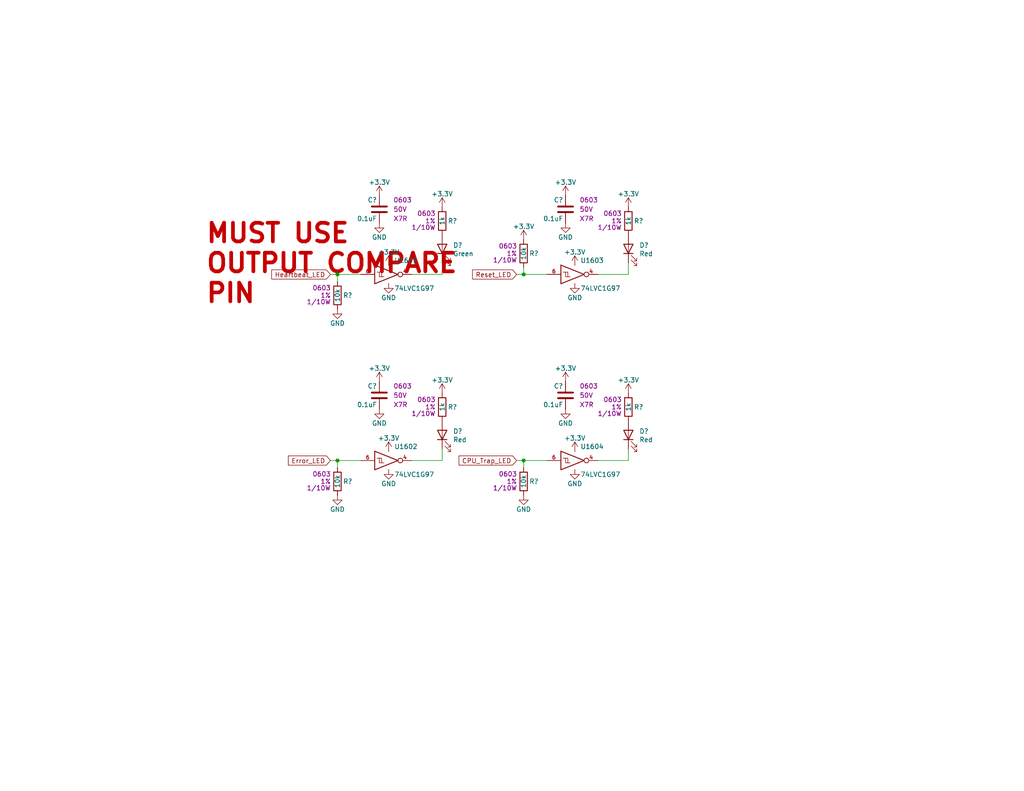
<source format=kicad_sch>
(kicad_sch (version 20230121) (generator eeschema)
  (paper "A")
  (title_block (title "Thermal Camera") (date "2023-11-13") (rev "PRELIM") (company "Drew Maatman and Michael Laffin"))
  (lib_symbols
    (symbol "Custom Library:74LVC1G97_Power_NOT" (pin_names (offset 1.016) hide)
      (property "Reference" "U" (at 1.524 3.81 0))
      (property "Value" "74LVC1G97_Power_NOT" (at 1.524 -3.81 0))
      (symbol "74LVC1G97_Power_NOT_1_1"
        (polyline (pts (xy -2.54 0.635) (xy -1.905 0.635) (xy -1.905 -0.635)))
        (polyline (pts (xy -3.81 2.54) (xy -3.81 -2.54) (xy 2.54 0) (xy -3.81 2.54)) (stroke (width 0.254)))
        (polyline (pts (xy -3.175 0.635) (xy -2.54 0.635) (xy -2.54 -0.635) (xy -1.27 -0.635)))
        (pin power_in line (at 0 2.54 90) (length 0) (name "VCC") (number "1"))
        (pin power_in line (at 0 -2.54 270) (length 0) (name "GND") (number "2"))
        (pin power_in line (at 0 -2.54 270) (length 0) (name "GND") (number "3"))
        (pin output inverted (at 6.35 0 180) (length 3.81) (name "~") (number "4"))
        (pin power_in line (at 0 2.54 90) (length 0) (name "VCC") (number "5"))
        (pin input line (at -7.62 0 0) (length 3.81) (name "~") (number "6"))
      )
    )
    (symbol "Custom_Library:C_Custom" (pin_numbers hide) (pin_names (offset 0.254))
      (property "Reference" "C" (at 0.635 2.54 0))
      (property "Value" "Custom_Library_C_Custom" (at 0.635 -2.54 0))
      (property "display_footprint" "Foot" (at -3.81 2.54 0))
      (property "Voltage" "V" (at -3.81 0 0))
      (property "Dielectric" "Er" (at -3.81 -2.54 0))
      (symbol "C_Custom_0_1"
        (polyline (pts (xy -2.032 -0.762) (xy 2.032 -0.762)) (stroke (width 0.508)))
        (polyline (pts (xy -2.032 0.762) (xy 2.032 0.762)) (stroke (width 0.508)))
      )
      (symbol "C_Custom_1_1"
        (pin passive line (at 0 3.81 270) (length 2.794) (name "~") (number "1"))
        (pin passive line (at 0 -3.81 90) (length 2.794) (name "~") (number "2"))
      )
    )
    (symbol "Custom_Library:R_Custom" (pin_numbers hide) (pin_names (offset 1.016) hide)
      (property "Reference" "R" (at -2.54 0 90))
      (property "Value" "Custom_Library_R_Custom" (at 0 0 90))
      (property "display_footprint" "Foot" (at 2.54 0 90))
      (property "Tolerance" "Tol" (at 5.08 0 90))
      (property "Wattage" "W" (at 7.62 0 90))
      (symbol "R_Custom_0_1"
        (rectangle (start 1.016 2.54) (end -1.016 -2.54) (stroke (width 0.254)))
      )
      (symbol "R_Custom_1_1"
        (pin passive line (at 0 3.81 270) (length 1.27) (name "1") (number "1"))
        (pin passive line (at 0 -3.81 90) (length 1.27) (name "2") (number "2"))
      )
    )
    (symbol "Device:LED" (pin_numbers hide) (pin_names (offset 1.016) hide)
      (property "Reference" "D" (at 0 2.54 0))
      (property "Value" "LED" (at 0 -2.54 0))
      (symbol "LED_0_1"
        (polyline (pts (xy -1.27 -1.27) (xy -1.27 1.27)) (stroke (width 0.254)))
        (polyline (pts (xy -1.27 0) (xy 1.27 0)))
        (polyline (pts (xy 1.27 -1.27) (xy 1.27 1.27) (xy -1.27 0) (xy 1.27 -1.27)) (stroke (width 0.254)))
        (polyline (pts (xy -3.048 -0.762) (xy -4.572 -2.286) (xy -3.81 -2.286) (xy -4.572 -2.286) (xy -4.572 -1.524)))
        (polyline (pts (xy -1.778 -0.762) (xy -3.302 -2.286) (xy -2.54 -2.286) (xy -3.302 -2.286) (xy -3.302 -1.524)))
      )
      (symbol "LED_1_1"
        (pin passive line (at -3.81 0 0) (length 2.54) (name "K") (number "1"))
        (pin passive line (at 3.81 0 180) (length 2.54) (name "A") (number "2"))
      )
    )
    (symbol "power:+3.3V" (power) (pin_names (offset 0))
      (property "Value" "+3.3V" (at 0 3.556 0))
      (symbol "+3.3V_0_1"
        (polyline (pts (xy -0.762 1.27) (xy 0 2.54)))
        (polyline (pts (xy 0 0) (xy 0 2.54)))
        (polyline (pts (xy 0 2.54) (xy 0.762 1.27)))
      )
      (symbol "+3.3V_1_1"
        (pin power_in line (at 0 0 90) (length 0) hide (name "+3.3V") (number "1"))
      )
    )
    (symbol "power:GND" (power) (pin_names (offset 0))
      (property "Value" "GND" (at 0 -3.81 0))
      (symbol "GND_0_1"
        (polyline (pts (xy 0 0) (xy 0 -1.27) (xy 1.27 -1.27) (xy 0 -2.54) (xy -1.27 -1.27) (xy 0 -1.27)))
      )
      (symbol "GND_1_1"
        (pin power_in line (at 0 0 270) (length 0) hide (name "GND") (number "1"))
      )
    )
  )
  (junction (at 92.075 74.93))
  (junction (at 142.875 74.93))
  (junction (at 92.075 125.73))
  (junction (at 142.875 125.73))
  (wire (pts (xy 142.875 125.73) (xy 142.875 127.635)))
  (wire (pts (xy 90.17 74.93) (xy 92.075 74.93)))
  (wire (pts (xy 112.395 125.73) (xy 120.65 125.73)))
  (wire (pts (xy 163.195 74.93) (xy 171.45 74.93)))
  (wire (pts (xy 142.875 74.93) (xy 149.225 74.93)))
  (wire (pts (xy 140.97 125.73) (xy 142.875 125.73)))
  (wire (pts (xy 142.875 73.025) (xy 142.875 74.93)))
  (wire (pts (xy 92.075 74.93) (xy 92.075 76.835)))
  (wire (pts (xy 98.425 74.93) (xy 92.075 74.93)))
  (wire (pts (xy 90.17 125.73) (xy 92.075 125.73)))
  (wire (pts (xy 98.425 125.73) (xy 92.075 125.73)))
  (wire (pts (xy 120.65 74.93) (xy 120.65 71.755)))
  (wire (pts (xy 120.65 125.73) (xy 120.65 122.555)))
  (wire (pts (xy 140.97 74.93) (xy 142.875 74.93)))
  (wire (pts (xy 163.195 125.73) (xy 171.45 125.73)))
  (wire (pts (xy 112.395 74.93) (xy 120.65 74.93)))
  (wire (pts (xy 92.075 125.73) (xy 92.075 127.635)))
  (wire (pts (xy 171.45 74.93) (xy 171.45 71.755)))
  (wire (pts (xy 171.45 125.73) (xy 171.45 122.555)))
  (wire (pts (xy 149.225 125.73) (xy 142.875 125.73)))
  (text "MUST USE\nOUTPUT COMPARE\nPIN" (at 55.88 83.185 0) (effects (font (size 5.08 5.08) (thickness 1.016) bold) (justify left bottom)))
  (global_label "Heartbeat_LED" (shape input) (at 90.17 74.93 180) (property "Intersheetrefs" "${INTERSHEET_REFS}" (effects hide)))
  (global_label "CPU_Trap_LED" (shape input) (at 140.97 125.73 180) (property "Intersheetrefs" "${INTERSHEET_REFS}" (effects hide)))
  (global_label "Reset_LED" (shape input) (at 140.97 74.93 180) (property "Intersheetrefs" "${INTERSHEET_REFS}" (effects hide)))
  (global_label "Error_LED" (shape input) (at 90.17 125.73 180) (property "Intersheetrefs" "${INTERSHEET_REFS}" (effects hide)))
  (symbol (lib_id "power:GND") (at 142.875 135.255 0) (unit 1)
    (property "Reference" "#PWR?" (effects hide))
    (property "Value" "GND" (at 142.875 139.065 0))
    (instances (project "Analog_Clock" (path "" (reference "#PWR?") (unit 1))) (project "Nixie_Clock_Core" (path "" (reference "#PWR01614") (unit 1))) (project "Thermal_Camera" (path "" (reference "#PWR02114") (unit 1))))
  )
  (symbol (lib_id "power:GND") (at 103.505 60.96 0) (unit 1)
    (property "Reference" "#PWR?" (effects hide))
    (property "Value" "GND" (at 103.505 64.77 0))
    (instances (project "Analog_Clock" (path "" (reference "#PWR?") (unit 1))) (project "Nixie_Clock_Core" (path "" (reference "#PWR01604") (unit 1))) (project "Thermal_Camera" (path "" (reference "#PWR02104") (unit 1))))
  )
  (symbol (lib_id "Custom_Library:C_Custom") (at 154.305 107.95 0) (mirror y) (unit 1)
    (property "Reference" "C?" (at 153.67 105.41 0) (effects (justify left)))
    (property "Value" "0.1uF" (at 153.67 110.49 0) (effects (justify left)))
    (property "Footprint" "Capacitors_SMD:C_0603" (effects hide))
    (property "Digi-Key PN" "1276-1935-1-ND" (effects hide))
    (property "display_footprint" "0603" (at 158.115 105.41 0) (effects (justify right)))
    (property "Voltage" "50V" (at 158.115 107.95 0) (effects (justify right)))
    (property "Dielectric" "X7R" (at 158.115 110.49 0) (effects (justify right)))
    (instances (project "Analog_Clock" (path "" (reference "C?") (unit 1)) (path "" (reference "C?") (unit 1)) (path "" (reference "C?") (unit 1)) (path "" (reference "C?") (unit 1)) (path "" (reference "C?") (unit 1)) (path "" (reference "C?") (unit 1))) (project "Nixie_Clock_Core" (path "" (reference "C1604") (unit 1))) (project "Thermal_Camera" (path "" (reference "C?") (unit 1))))
  )
  (symbol (lib_id "power:+3.3V") (at 120.65 107.315 0) (unit 1)
    (property "Reference" "#PWR?" (effects hide))
    (property "Value" "+3.3V" (at 120.65 103.759 0))
    (instances (project "Analog_Clock" (path "" (reference "#PWR?") (unit 1))) (project "Nixie_Clock_Core" (path "" (reference "#PWR01612") (unit 1))) (project "Thermal_Camera" (path "" (reference "#PWR02112") (unit 1))))
  )
  (symbol (lib_id "Device:LED") (at 120.65 67.945 90) (unit 1)
    (property "Reference" "D?" (at 123.6218 66.9544 90) (effects (justify right)))
    (property "Value" "Green" (at 123.6218 69.2658 90) (effects (justify right)))
    (property "Footprint" "LEDs:LED_0603" (effects hide))
    (property "Digi-Key PN" "754-1121-1-ND" (effects hide))
    (instances (project "Analog_Clock" (path "" (reference "D?") (unit 1)) (path "" (reference "D?") (unit 1)) (path "" (reference "D?") (unit 1)) (path "" (reference "D?") (unit 1)) (path "" (reference "D?") (unit 1)) (path "" (reference "D?") (unit 1))) (project "Nixie_Clock_Core" (path "" (reference "D1601") (unit 1))) (project "Thermal_Camera" (path "" (reference "D?") (unit 1))))
  )
  (symbol (lib_id "Custom_Library:C_Custom") (at 103.505 107.95 0) (mirror y) (unit 1)
    (property "Reference" "C?" (at 102.87 105.41 0) (effects (justify left)))
    (property "Value" "0.1uF" (at 102.87 110.49 0) (effects (justify left)))
    (property "Footprint" "Capacitors_SMD:C_0603" (effects hide))
    (property "Digi-Key PN" "1276-1935-1-ND" (effects hide))
    (property "display_footprint" "0603" (at 107.315 105.41 0) (effects (justify right)))
    (property "Voltage" "50V" (at 107.315 107.95 0) (effects (justify right)))
    (property "Dielectric" "X7R" (at 107.315 110.49 0) (effects (justify right)))
    (instances (project "Analog_Clock" (path "" (reference "C?") (unit 1)) (path "" (reference "C?") (unit 1)) (path "" (reference "C?") (unit 1)) (path "" (reference "C?") (unit 1)) (path "" (reference "C?") (unit 1)) (path "" (reference "C?") (unit 1))) (project "Nixie_Clock_Core" (path "" (reference "C1602") (unit 1))) (project "Thermal_Camera" (path "" (reference "C?") (unit 1))))
  )
  (symbol (lib_id "power:GND") (at 156.845 77.47 0) (unit 1)
    (property "Reference" "#PWR?" (effects hide))
    (property "Value" "GND" (at 156.845 81.28 0))
    (instances (project "Analog_Clock" (path "" (reference "#PWR?") (unit 1))) (project "Nixie_Clock_Core" (path "" (reference "#PWR01620") (unit 1))) (project "Thermal_Camera" (path "" (reference "#PWR02120") (unit 1))))
  )
  (symbol (lib_id "Custom_Library:C_Custom") (at 103.505 57.15 0) (mirror y) (unit 1)
    (property "Reference" "C?" (at 102.87 54.61 0) (effects (justify left)))
    (property "Value" "0.1uF" (at 102.87 59.69 0) (effects (justify left)))
    (property "Footprint" "Capacitors_SMD:C_0603" (effects hide))
    (property "Digi-Key PN" "1276-1935-1-ND" (effects hide))
    (property "display_footprint" "0603" (at 107.315 54.61 0) (effects (justify right)))
    (property "Voltage" "50V" (at 107.315 57.15 0) (effects (justify right)))
    (property "Dielectric" "X7R" (at 107.315 59.69 0) (effects (justify right)))
    (instances (project "Analog_Clock" (path "" (reference "C?") (unit 1)) (path "" (reference "C?") (unit 1)) (path "" (reference "C?") (unit 1)) (path "" (reference "C?") (unit 1)) (path "" (reference "C?") (unit 1)) (path "" (reference "C?") (unit 1))) (project "Nixie_Clock_Core" (path "" (reference "C1601") (unit 1))) (project "Thermal_Camera" (path "" (reference "C?") (unit 1))))
  )
  (symbol (lib_id "Custom Library:74LVC1G97_Power_NOT") (at 156.845 125.73 0) (unit 1)
    (property "Reference" "U1604" (at 158.369 121.92 0) (effects (justify left)))
    (property "Value" "74LVC1G97" (at 158.369 129.54 0) (effects (justify left)))
    (property "Footprint" "Package_TO_SOT_SMD:SOT-363_SC-70-6" (effects hide))
    (property "Datasheet" "http://www.ti.com/lit/ds/symlink/sn74lvc1g97.pdf" (effects hide))
    (property "Digi-Key PN" "296-15582-1-ND" (effects hide))
    (instances (project "Nixie_Clock_Core" (path "" (reference "U1604") (unit 1))) (project "Thermal_Camera" (path "" (reference "U?") (unit 1))))
  )
  (symbol (lib_id "power:+3.3V") (at 171.45 56.515 0) (unit 1)
    (property "Reference" "#PWR?" (effects hide))
    (property "Value" "+3.3V" (at 171.45 52.959 0))
    (instances (project "Analog_Clock" (path "" (reference "#PWR?") (unit 1))) (project "Nixie_Clock_Core" (path "" (reference "#PWR01623") (unit 1))) (project "Thermal_Camera" (path "" (reference "#PWR02123") (unit 1))))
  )
  (symbol (lib_id "power:GND") (at 103.505 111.76 0) (unit 1)
    (property "Reference" "#PWR?" (effects hide))
    (property "Value" "GND" (at 103.505 115.57 0))
    (instances (project "Analog_Clock" (path "" (reference "#PWR?") (unit 1))) (project "Nixie_Clock_Core" (path "" (reference "#PWR01606") (unit 1))) (project "Thermal_Camera" (path "" (reference "#PWR02106") (unit 1))))
  )
  (symbol (lib_id "Custom_Library:R_Custom") (at 142.875 131.445 0) (mirror y) (unit 1)
    (property "Reference" "R?" (at 144.399 131.445 0) (effects (justify right)))
    (property "Value" "10k" (at 142.875 131.445 90))
    (property "Footprint" "Resistors_SMD:R_0603" (effects hide))
    (property "display_footprint" "0603" (at 141.097 129.413 0) (effects (justify left)))
    (property "Tolerance" "1%" (at 141.097 131.445 0) (effects (justify left)))
    (property "Wattage" "1/10W" (at 141.097 133.223 0) (effects (justify left)))
    (property "Digi-Key PN" "541-10.0KHCT-ND" (effects hide))
    (instances (project "Analog_Clock" (path "" (reference "R?") (unit 1)) (path "" (reference "R?") (unit 1)) (path "" (reference "R?") (unit 1)) (path "" (reference "R?") (unit 1)) (path "" (reference "R?") (unit 1)) (path "" (reference "R?") (unit 1)) (path "" (reference "R?") (unit 1)) (path "" (reference "R?") (unit 1))) (project "Nixie_Clock_Core" (path "" (reference "R1606") (unit 1))) (project "Thermal_Camera" (path "" (reference "R?") (unit 1))))
  )
  (symbol (lib_id "power:GND") (at 154.305 111.76 0) (unit 1)
    (property "Reference" "#PWR?" (effects hide))
    (property "Value" "GND" (at 154.305 115.57 0))
    (instances (project "Analog_Clock" (path "" (reference "#PWR?") (unit 1))) (project "Nixie_Clock_Core" (path "" (reference "#PWR01618") (unit 1))) (project "Thermal_Camera" (path "" (reference "#PWR02118") (unit 1))))
  )
  (symbol (lib_id "power:+3.3V") (at 142.875 65.405 0) (unit 1)
    (property "Reference" "#PWR?" (effects hide))
    (property "Value" "+3.3V" (at 142.875 61.849 0))
    (instances (project "Analog_Clock" (path "" (reference "#PWR?") (unit 1))) (project "Nixie_Clock_Core" (path "" (reference "#PWR01613") (unit 1))) (project "Thermal_Camera" (path "" (reference "#PWR02113") (unit 1))))
  )
  (symbol (lib_id "power:+3.3V") (at 103.505 53.34 0) (unit 1)
    (property "Reference" "#PWR?" (effects hide))
    (property "Value" "+3.3V" (at 103.505 49.784 0))
    (instances (project "Analog_Clock" (path "" (reference "#PWR?") (unit 1))) (project "Nixie_Clock_Core" (path "" (reference "#PWR01603") (unit 1))) (project "Thermal_Camera" (path "" (reference "#PWR02103") (unit 1))))
  )
  (symbol (lib_id "power:GND") (at 92.075 84.455 0) (unit 1)
    (property "Reference" "#PWR?" (effects hide))
    (property "Value" "GND" (at 92.075 88.265 0))
    (instances (project "Analog_Clock" (path "" (reference "#PWR?") (unit 1))) (project "Nixie_Clock_Core" (path "" (reference "#PWR01601") (unit 1))) (project "Thermal_Camera" (path "" (reference "#PWR02101") (unit 1))))
  )
  (symbol (lib_id "Custom_Library:R_Custom") (at 120.65 60.325 0) (mirror y) (unit 1)
    (property "Reference" "R?" (at 122.174 60.325 0) (effects (justify right)))
    (property "Value" "1k" (at 120.65 60.325 90))
    (property "Footprint" "Resistors_SMD:R_0603" (effects hide))
    (property "display_footprint" "0603" (at 118.872 58.293 0) (effects (justify left)))
    (property "Tolerance" "1%" (at 118.872 60.325 0) (effects (justify left)))
    (property "Wattage" "1/10W" (at 118.872 62.103 0) (effects (justify left)))
    (property "Digi-Key PN" "541-1.00KHCT-ND" (effects hide))
    (instances (project "Analog_Clock" (path "" (reference "R?") (unit 1)) (path "" (reference "R?") (unit 1)) (path "" (reference "R?") (unit 1)) (path "" (reference "R?") (unit 1)) (path "" (reference "R?") (unit 1)) (path "" (reference "R?") (unit 1)) (path "" (reference "R?") (unit 1)) (path "" (reference "R?") (unit 1))) (project "Nixie_Clock_Core" (path "" (reference "R1603") (unit 1))) (project "Thermal_Camera" (path "" (reference "R?") (unit 1))))
  )
  (symbol (lib_id "Custom Library:74LVC1G97_Power_NOT") (at 156.845 74.93 0) (unit 1)
    (property "Reference" "U1603" (at 158.369 71.12 0) (effects (justify left)))
    (property "Value" "74LVC1G97" (at 158.369 78.74 0) (effects (justify left)))
    (property "Footprint" "Package_TO_SOT_SMD:SOT-363_SC-70-6" (effects hide))
    (property "Datasheet" "http://www.ti.com/lit/ds/symlink/sn74lvc1g97.pdf" (effects hide))
    (property "Digi-Key PN" "296-15582-1-ND" (effects hide))
    (instances (project "Nixie_Clock_Core" (path "" (reference "U1603") (unit 1))) (project "Thermal_Camera" (path "" (reference "U?") (unit 1))))
  )
  (symbol (lib_id "Custom_Library:R_Custom") (at 142.875 69.215 0) (mirror y) (unit 1)
    (property "Reference" "R?" (at 144.399 69.215 0) (effects (justify right)))
    (property "Value" "10k" (at 142.875 69.215 90))
    (property "Footprint" "Resistors_SMD:R_0603" (effects hide))
    (property "display_footprint" "0603" (at 141.097 67.183 0) (effects (justify left)))
    (property "Tolerance" "1%" (at 141.097 69.215 0) (effects (justify left)))
    (property "Wattage" "1/10W" (at 141.097 70.993 0) (effects (justify left)))
    (property "Digi-Key PN" "541-10.0KHCT-ND" (effects hide))
    (instances (project "Analog_Clock" (path "" (reference "R?") (unit 1)) (path "" (reference "R?") (unit 1)) (path "" (reference "R?") (unit 1)) (path "" (reference "R?") (unit 1)) (path "" (reference "R?") (unit 1)) (path "" (reference "R?") (unit 1)) (path "" (reference "R?") (unit 1)) (path "" (reference "R?") (unit 1))) (project "Nixie_Clock_Core" (path "" (reference "R1605") (unit 1))) (project "Thermal_Camera" (path "" (reference "R?") (unit 1))))
  )
  (symbol (lib_id "power:+3.3V") (at 156.845 123.19 0) (unit 1)
    (property "Reference" "#PWR?" (effects hide))
    (property "Value" "+3.3V" (at 156.845 119.634 0))
    (instances (project "Analog_Clock" (path "" (reference "#PWR?") (unit 1))) (project "Nixie_Clock_Core" (path "" (reference "#PWR01621") (unit 1))) (project "Thermal_Camera" (path "" (reference "#PWR02121") (unit 1))))
  )
  (symbol (lib_id "Custom_Library:R_Custom") (at 171.45 60.325 0) (mirror y) (unit 1)
    (property "Reference" "R?" (at 172.974 60.325 0) (effects (justify right)))
    (property "Value" "1k" (at 171.45 60.325 90))
    (property "Footprint" "Resistors_SMD:R_0603" (effects hide))
    (property "display_footprint" "0603" (at 169.672 58.293 0) (effects (justify left)))
    (property "Tolerance" "1%" (at 169.672 60.325 0) (effects (justify left)))
    (property "Wattage" "1/10W" (at 169.672 62.103 0) (effects (justify left)))
    (property "Digi-Key PN" "541-1.00KHCT-ND" (effects hide))
    (instances (project "Analog_Clock" (path "" (reference "R?") (unit 1)) (path "" (reference "R?") (unit 1)) (path "" (reference "R?") (unit 1)) (path "" (reference "R?") (unit 1)) (path "" (reference "R?") (unit 1)) (path "" (reference "R?") (unit 1)) (path "" (reference "R?") (unit 1)) (path "" (reference "R?") (unit 1))) (project "Nixie_Clock_Core" (path "" (reference "R1607") (unit 1))) (project "Thermal_Camera" (path "" (reference "R?") (unit 1))))
  )
  (symbol (lib_id "Custom_Library:R_Custom") (at 92.075 80.645 0) (mirror y) (unit 1)
    (property "Reference" "R?" (at 93.599 80.645 0) (effects (justify right)))
    (property "Value" "10k" (at 92.075 80.645 90))
    (property "Footprint" "Resistors_SMD:R_0603" (effects hide))
    (property "display_footprint" "0603" (at 90.297 78.613 0) (effects (justify left)))
    (property "Tolerance" "1%" (at 90.297 80.645 0) (effects (justify left)))
    (property "Wattage" "1/10W" (at 90.297 82.423 0) (effects (justify left)))
    (property "Digi-Key PN" "541-10.0KHCT-ND" (effects hide))
    (instances (project "Analog_Clock" (path "" (reference "R?") (unit 1)) (path "" (reference "R?") (unit 1)) (path "" (reference "R?") (unit 1)) (path "" (reference "R?") (unit 1)) (path "" (reference "R?") (unit 1)) (path "" (reference "R?") (unit 1)) (path "" (reference "R?") (unit 1)) (path "" (reference "R?") (unit 1))) (project "Nixie_Clock_Core" (path "" (reference "R1601") (unit 1))) (project "Thermal_Camera" (path "" (reference "R?") (unit 1))))
  )
  (symbol (lib_id "Custom_Library:R_Custom") (at 92.075 131.445 0) (mirror y) (unit 1)
    (property "Reference" "R?" (at 93.599 131.445 0) (effects (justify right)))
    (property "Value" "10k" (at 92.075 131.445 90))
    (property "Footprint" "Resistors_SMD:R_0603" (effects hide))
    (property "display_footprint" "0603" (at 90.297 129.413 0) (effects (justify left)))
    (property "Tolerance" "1%" (at 90.297 131.445 0) (effects (justify left)))
    (property "Wattage" "1/10W" (at 90.297 133.223 0) (effects (justify left)))
    (property "Digi-Key PN" "541-10.0KHCT-ND" (effects hide))
    (instances (project "Analog_Clock" (path "" (reference "R?") (unit 1)) (path "" (reference "R?") (unit 1)) (path "" (reference "R?") (unit 1)) (path "" (reference "R?") (unit 1)) (path "" (reference "R?") (unit 1)) (path "" (reference "R?") (unit 1)) (path "" (reference "R?") (unit 1)) (path "" (reference "R?") (unit 1))) (project "Nixie_Clock_Core" (path "" (reference "R1602") (unit 1))) (project "Thermal_Camera" (path "" (reference "R?") (unit 1))))
  )
  (symbol (lib_id "Custom_Library:R_Custom") (at 120.65 111.125 0) (mirror y) (unit 1)
    (property "Reference" "R?" (at 122.174 111.125 0) (effects (justify right)))
    (property "Value" "1k" (at 120.65 111.125 90))
    (property "Footprint" "Resistors_SMD:R_0603" (effects hide))
    (property "display_footprint" "0603" (at 118.872 109.093 0) (effects (justify left)))
    (property "Tolerance" "1%" (at 118.872 111.125 0) (effects (justify left)))
    (property "Wattage" "1/10W" (at 118.872 112.903 0) (effects (justify left)))
    (property "Digi-Key PN" "541-1.00KHCT-ND" (effects hide))
    (instances (project "Analog_Clock" (path "" (reference "R?") (unit 1)) (path "" (reference "R?") (unit 1)) (path "" (reference "R?") (unit 1)) (path "" (reference "R?") (unit 1)) (path "" (reference "R?") (unit 1)) (path "" (reference "R?") (unit 1)) (path "" (reference "R?") (unit 1)) (path "" (reference "R?") (unit 1))) (project "Nixie_Clock_Core" (path "" (reference "R1604") (unit 1))) (project "Thermal_Camera" (path "" (reference "R?") (unit 1))))
  )
  (symbol (lib_id "power:GND") (at 92.075 135.255 0) (unit 1)
    (property "Reference" "#PWR?" (effects hide))
    (property "Value" "GND" (at 92.075 139.065 0))
    (instances (project "Analog_Clock" (path "" (reference "#PWR?") (unit 1))) (project "Nixie_Clock_Core" (path "" (reference "#PWR01602") (unit 1))) (project "Thermal_Camera" (path "" (reference "#PWR02102") (unit 1))))
  )
  (symbol (lib_id "power:+3.3V") (at 106.045 123.19 0) (unit 1)
    (property "Reference" "#PWR?" (effects hide))
    (property "Value" "+3.3V" (at 106.045 119.634 0))
    (instances (project "Analog_Clock" (path "" (reference "#PWR?") (unit 1))) (project "Nixie_Clock_Core" (path "" (reference "#PWR01609") (unit 1))) (project "Thermal_Camera" (path "" (reference "#PWR02109") (unit 1))))
  )
  (symbol (lib_id "Custom_Library:R_Custom") (at 171.45 111.125 0) (mirror y) (unit 1)
    (property "Reference" "R?" (at 172.974 111.125 0) (effects (justify right)))
    (property "Value" "1k" (at 171.45 111.125 90))
    (property "Footprint" "Resistors_SMD:R_0603" (effects hide))
    (property "display_footprint" "0603" (at 169.672 109.093 0) (effects (justify left)))
    (property "Tolerance" "1%" (at 169.672 111.125 0) (effects (justify left)))
    (property "Wattage" "1/10W" (at 169.672 112.903 0) (effects (justify left)))
    (property "Digi-Key PN" "541-1.00KHCT-ND" (effects hide))
    (instances (project "Analog_Clock" (path "" (reference "R?") (unit 1)) (path "" (reference "R?") (unit 1)) (path "" (reference "R?") (unit 1)) (path "" (reference "R?") (unit 1)) (path "" (reference "R?") (unit 1)) (path "" (reference "R?") (unit 1)) (path "" (reference "R?") (unit 1)) (path "" (reference "R?") (unit 1))) (project "Nixie_Clock_Core" (path "" (reference "R1608") (unit 1))) (project "Thermal_Camera" (path "" (reference "R?") (unit 1))))
  )
  (symbol (lib_id "power:+3.3V") (at 154.305 53.34 0) (unit 1)
    (property "Reference" "#PWR?" (effects hide))
    (property "Value" "+3.3V" (at 154.305 49.784 0))
    (instances (project "Analog_Clock" (path "" (reference "#PWR?") (unit 1))) (project "Nixie_Clock_Core" (path "" (reference "#PWR01615") (unit 1))) (project "Thermal_Camera" (path "" (reference "#PWR02115") (unit 1))))
  )
  (symbol (lib_id "power:+3.3V") (at 106.045 72.39 0) (unit 1)
    (property "Reference" "#PWR?" (effects hide))
    (property "Value" "+3.3V" (at 106.045 68.834 0))
    (instances (project "Analog_Clock" (path "" (reference "#PWR?") (unit 1))) (project "Nixie_Clock_Core" (path "" (reference "#PWR01607") (unit 1))) (project "Thermal_Camera" (path "" (reference "#PWR02107") (unit 1))))
  )
  (symbol (lib_id "power:+3.3V") (at 154.305 104.14 0) (unit 1)
    (property "Reference" "#PWR?" (effects hide))
    (property "Value" "+3.3V" (at 154.305 100.584 0))
    (instances (project "Analog_Clock" (path "" (reference "#PWR?") (unit 1))) (project "Nixie_Clock_Core" (path "" (reference "#PWR01617") (unit 1))) (project "Thermal_Camera" (path "" (reference "#PWR02117") (unit 1))))
  )
  (symbol (lib_id "Custom Library:74LVC1G97_Power_NOT") (at 106.045 74.93 0) (unit 1)
    (property "Reference" "U1601" (at 107.569 71.12 0) (effects (justify left)))
    (property "Value" "74LVC1G97" (at 107.569 78.74 0) (effects (justify left)))
    (property "Footprint" "Package_TO_SOT_SMD:SOT-363_SC-70-6" (effects hide))
    (property "Datasheet" "http://www.ti.com/lit/ds/symlink/sn74lvc1g97.pdf" (effects hide))
    (property "Digi-Key PN" "296-15582-1-ND" (effects hide))
    (instances (project "Nixie_Clock_Core" (path "" (reference "U1601") (unit 1))) (project "Thermal_Camera" (path "" (reference "U?") (unit 1))))
  )
  (symbol (lib_id "power:GND") (at 106.045 77.47 0) (unit 1)
    (property "Reference" "#PWR?" (effects hide))
    (property "Value" "GND" (at 106.045 81.28 0))
    (instances (project "Analog_Clock" (path "" (reference "#PWR?") (unit 1))) (project "Nixie_Clock_Core" (path "" (reference "#PWR01608") (unit 1))) (project "Thermal_Camera" (path "" (reference "#PWR02108") (unit 1))))
  )
  (symbol (lib_id "power:GND") (at 156.845 128.27 0) (unit 1)
    (property "Reference" "#PWR?" (effects hide))
    (property "Value" "GND" (at 156.845 132.08 0))
    (instances (project "Analog_Clock" (path "" (reference "#PWR?") (unit 1))) (project "Nixie_Clock_Core" (path "" (reference "#PWR01622") (unit 1))) (project "Thermal_Camera" (path "" (reference "#PWR02122") (unit 1))))
  )
  (symbol (lib_id "power:+3.3V") (at 171.45 107.315 0) (unit 1)
    (property "Reference" "#PWR?" (effects hide))
    (property "Value" "+3.3V" (at 171.45 103.759 0))
    (instances (project "Analog_Clock" (path "" (reference "#PWR?") (unit 1))) (project "Nixie_Clock_Core" (path "" (reference "#PWR01624") (unit 1))) (project "Thermal_Camera" (path "" (reference "#PWR02124") (unit 1))))
  )
  (symbol (lib_id "power:+3.3V") (at 120.65 56.515 0) (unit 1)
    (property "Reference" "#PWR?" (effects hide))
    (property "Value" "+3.3V" (at 120.65 52.959 0))
    (instances (project "Analog_Clock" (path "" (reference "#PWR?") (unit 1))) (project "Nixie_Clock_Core" (path "" (reference "#PWR01611") (unit 1))) (project "Thermal_Camera" (path "" (reference "#PWR02111") (unit 1))))
  )
  (symbol (lib_id "power:GND") (at 154.305 60.96 0) (unit 1)
    (property "Reference" "#PWR?" (effects hide))
    (property "Value" "GND" (at 154.305 64.77 0))
    (instances (project "Analog_Clock" (path "" (reference "#PWR?") (unit 1))) (project "Nixie_Clock_Core" (path "" (reference "#PWR01616") (unit 1))) (project "Thermal_Camera" (path "" (reference "#PWR02116") (unit 1))))
  )
  (symbol (lib_id "Custom Library:74LVC1G97_Power_NOT") (at 106.045 125.73 0) (unit 1)
    (property "Reference" "U1602" (at 107.569 121.92 0) (effects (justify left)))
    (property "Value" "74LVC1G97" (at 107.569 129.54 0) (effects (justify left)))
    (property "Footprint" "Package_TO_SOT_SMD:SOT-363_SC-70-6" (effects hide))
    (property "Datasheet" "http://www.ti.com/lit/ds/symlink/sn74lvc1g97.pdf" (effects hide))
    (property "Digi-Key PN" "296-15582-1-ND" (effects hide))
    (instances (project "Nixie_Clock_Core" (path "" (reference "U1602") (unit 1))) (project "Thermal_Camera" (path "" (reference "U?") (unit 1))))
  )
  (symbol (lib_id "Device:LED") (at 120.65 118.745 90) (unit 1)
    (property "Reference" "D?" (at 123.6218 117.7544 90) (effects (justify right)))
    (property "Value" "Red" (at 123.6218 120.0658 90) (effects (justify right)))
    (property "Footprint" "LEDs:LED_0603" (effects hide))
    (property "Digi-Key PN" "754-1117-1-ND" (effects hide))
    (instances (project "Analog_Clock" (path "" (reference "D?") (unit 1)) (path "" (reference "D?") (unit 1)) (path "" (reference "D?") (unit 1)) (path "" (reference "D?") (unit 1)) (path "" (reference "D?") (unit 1)) (path "" (reference "D?") (unit 1))) (project "Nixie_Clock_Core" (path "" (reference "D1602") (unit 1))) (project "Thermal_Camera" (path "" (reference "D?") (unit 1))))
  )
  (symbol (lib_id "Device:LED") (at 171.45 118.745 90) (unit 1)
    (property "Reference" "D?" (at 174.4218 117.7544 90) (effects (justify right)))
    (property "Value" "Red" (at 174.4218 120.0658 90) (effects (justify right)))
    (property "Footprint" "LEDs:LED_0603" (effects hide))
    (property "Digi-Key PN" "754-1117-1-ND" (effects hide))
    (instances (project "Analog_Clock" (path "" (reference "D?") (unit 1)) (path "" (reference "D?") (unit 1)) (path "" (reference "D?") (unit 1)) (path "" (reference "D?") (unit 1)) (path "" (reference "D?") (unit 1)) (path "" (reference "D?") (unit 1))) (project "Nixie_Clock_Core" (path "" (reference "D1604") (unit 1))) (project "Thermal_Camera" (path "" (reference "D?") (unit 1))))
  )
  (symbol (lib_id "power:GND") (at 106.045 128.27 0) (unit 1)
    (property "Reference" "#PWR?" (effects hide))
    (property "Value" "GND" (at 106.045 132.08 0))
    (instances (project "Analog_Clock" (path "" (reference "#PWR?") (unit 1))) (project "Nixie_Clock_Core" (path "" (reference "#PWR01610") (unit 1))) (project "Thermal_Camera" (path "" (reference "#PWR02110") (unit 1))))
  )
  (symbol (lib_id "power:+3.3V") (at 103.505 104.14 0) (unit 1)
    (property "Reference" "#PWR?" (effects hide))
    (property "Value" "+3.3V" (at 103.505 100.584 0))
    (instances (project "Analog_Clock" (path "" (reference "#PWR?") (unit 1))) (project "Nixie_Clock_Core" (path "" (reference "#PWR01605") (unit 1))) (project "Thermal_Camera" (path "" (reference "#PWR02105") (unit 1))))
  )
  (symbol (lib_id "Device:LED") (at 171.45 67.945 90) (unit 1)
    (property "Reference" "D?" (at 174.4218 66.9544 90) (effects (justify right)))
    (property "Value" "Red" (at 174.4218 69.2658 90) (effects (justify right)))
    (property "Footprint" "LEDs:LED_0603" (effects hide))
    (property "Digi-Key PN" "754-1117-1-ND" (effects hide))
    (instances (project "Analog_Clock" (path "" (reference "D?") (unit 1)) (path "" (reference "D?") (unit 1)) (path "" (reference "D?") (unit 1)) (path "" (reference "D?") (unit 1)) (path "" (reference "D?") (unit 1)) (path "" (reference "D?") (unit 1))) (project "Nixie_Clock_Core" (path "" (reference "D1603") (unit 1))) (project "Thermal_Camera" (path "" (reference "D?") (unit 1))))
  )
  (symbol (lib_id "power:+3.3V") (at 156.845 72.39 0) (unit 1)
    (property "Reference" "#PWR?" (effects hide))
    (property "Value" "+3.3V" (at 156.845 68.834 0))
    (instances (project "Analog_Clock" (path "" (reference "#PWR?") (unit 1))) (project "Nixie_Clock_Core" (path "" (reference "#PWR01619") (unit 1))) (project "Thermal_Camera" (path "" (reference "#PWR02119") (unit 1))))
  )
  (symbol (lib_id "Custom_Library:C_Custom") (at 154.305 57.15 0) (mirror y) (unit 1)
    (property "Reference" "C?" (at 153.67 54.61 0) (effects (justify left)))
    (property "Value" "0.1uF" (at 153.67 59.69 0) (effects (justify left)))
    (property "Footprint" "Capacitors_SMD:C_0603" (effects hide))
    (property "Digi-Key PN" "1276-1935-1-ND" (effects hide))
    (property "display_footprint" "0603" (at 158.115 54.61 0) (effects (justify right)))
    (property "Voltage" "50V" (at 158.115 57.15 0) (effects (justify right)))
    (property "Dielectric" "X7R" (at 158.115 59.69 0) (effects (justify right)))
    (instances (project "Analog_Clock" (path "" (reference "C?") (unit 1)) (path "" (reference "C?") (unit 1)) (path "" (reference "C?") (unit 1)) (path "" (reference "C?") (unit 1)) (path "" (reference "C?") (unit 1)) (path "" (reference "C?") (unit 1))) (project "Nixie_Clock_Core" (path "" (reference "C1603") (unit 1))) (project "Thermal_Camera" (path "" (reference "C?") (unit 1))))
  )
)
</source>
